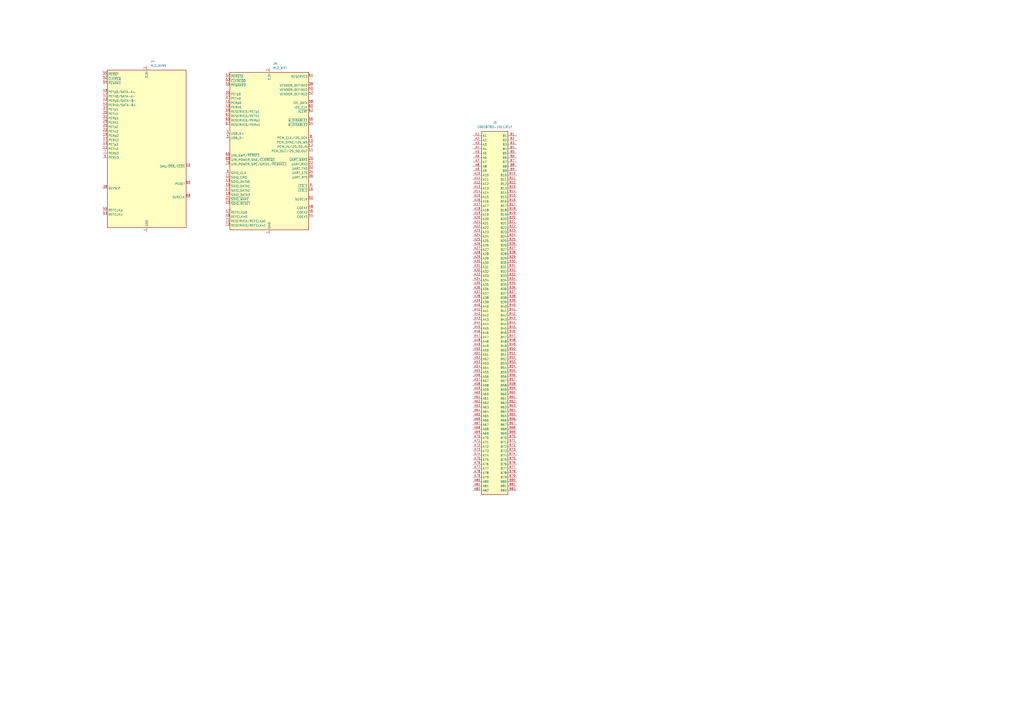
<source format=kicad_sch>
(kicad_sch (version 20231120) (generator "eeschema") (generator_version "8.0")
  (paper "A2")
  (lib_symbols
    (symbol "Connector:Bus_M.2_Socket_E"
      (property "Reference" "J" (at -22.86 46.99 0))
      (property "Value" "Bus_M.2_Socket_E" (at 16.51 46.99 0))
      (symbol "Bus_M.2_Socket_E_0_1"
        (rectangle (start -22.86 45.72) (end 22.86 -45.72) (stroke (width 0.254)) (fill (type background)))
      )
      (symbol "Bus_M.2_Socket_E_1_1"
        (pin power_in line (at 0 -48.26 90) (length 2.54) (name "GND") (number "1"))
        (pin bidirectional line (at 25.4 5.08 180) (length 2.54) (name "PCM_SYNC/I2S_WS") (number "10"))
        (pin bidirectional line (at -25.4 -15.24 0) (length 2.54) (name "SDIO_CMD") (number "11"))
        (pin input line (at 25.4 2.54 180) (length 2.54) (name "PCM_IN/I2S_SD_IN") (number "12"))
        (pin bidirectional line (at -25.4 -17.78 0) (length 2.54) (name "SDIO_DATA0") (number "13"))
        (pin output line (at 25.4 0 180) (length 2.54) (name "PCM_OUT/I2S_SD_OUT") (number "14"))
        (pin bidirectional line (at -25.4 -20.32 0) (length 2.54) (name "SDIO_DATA1") (number "15"))
        (pin open_collector line (at 25.4 -22.86 180) (length 2.54) (name "~{LED_2}") (number "16"))
        (pin bidirectional line (at -25.4 -22.86 0) (length 2.54) (name "SDIO_DATA2") (number "17"))
        (pin passive line (at 0 -48.26 90) (length 2.54) hide (name "GND") (number "18"))
        (pin bidirectional line (at -25.4 -25.4 0) (length 2.54) (name "SDIO_DATA3") (number "19"))
        (pin power_in line (at 0 48.26 270) (length 2.54) (name "3.3V") (number "2"))
        (pin input line (at 25.4 -5.08 180) (length 2.54) (name "~{UART_WAKE}") (number "20"))
        (pin input line (at -25.4 -27.94 0) (length 2.54) (name "~{SDIO_WAKE}") (number "21"))
        (pin input line (at 25.4 -7.62 180) (length 2.54) (name "UART_RXD") (number "22"))
        (pin output line (at -25.4 -30.48 0) (length 2.54) (name "~{SDIO_RESET}") (number "23"))
        (pin bidirectional line (at -25.4 10.16 0) (length 2.54) (name "USB_D+") (number "3"))
        (pin output line (at 25.4 -10.16 180) (length 2.54) (name "UART_TXD") (number "32"))
        (pin passive line (at 0 -48.26 90) (length 2.54) hide (name "GND") (number "33"))
        (pin input line (at 25.4 -12.7 180) (length 2.54) (name "UART_CTS") (number "34"))
        (pin output line (at -25.4 33.02 0) (length 2.54) (name "PETp0") (number "35"))
        (pin output line (at 25.4 -15.24 180) (length 2.54) (name "UART_RTS") (number "36"))
        (pin output line (at -25.4 30.48 0) (length 2.54) (name "PETn0") (number "37"))
        (pin passive line (at 25.4 38.1 180) (length 2.54) (name "VENDOR_DEFINED") (number "38"))
        (pin passive line (at 0 -48.26 90) (length 2.54) hide (name "GND") (number "39"))
        (pin passive line (at 0 48.26 270) (length 2.54) hide (name "3.3V") (number "4"))
        (pin passive line (at 25.4 35.56 180) (length 2.54) (name "VENDOR_DEFINED") (number "40"))
        (pin input line (at -25.4 27.94 0) (length 2.54) (name "PERp0") (number "41"))
        (pin passive line (at 25.4 33.02 180) (length 2.54) (name "VENDOR_DEFINED") (number "42"))
        (pin input line (at -25.4 25.4 0) (length 2.54) (name "PERn0") (number "43"))
        (pin bidirectional line (at 25.4 -38.1 180) (length 2.54) (name "COEX3") (number "44"))
        (pin passive line (at 0 -48.26 90) (length 2.54) hide (name "GND") (number "45"))
        (pin bidirectional line (at 25.4 -35.56 180) (length 2.54) (name "COEX2") (number "46"))
        (pin output line (at -25.4 -35.56 0) (length 2.54) (name "REFCLKp0") (number "47"))
        (pin bidirectional line (at 25.4 -33.02 180) (length 2.54) (name "COEX1") (number "48"))
        (pin output line (at -25.4 -38.1 0) (length 2.54) (name "REFCLKn0") (number "49"))
        (pin bidirectional line (at -25.4 7.62 0) (length 2.54) (name "USB_D-") (number "5"))
        (pin output line (at 25.4 -27.94 180) (length 2.54) (name "SUSCLK") (number "50"))
        (pin passive line (at 0 -48.26 90) (length 2.54) hide (name "GND") (number "51"))
        (pin output line (at -25.4 43.18 0) (length 2.54) (name "~{PERST0}") (number "52"))
        (pin bidirectional line (at -25.4 40.64 0) (length 2.54) (name "~{CLKREQ0}") (number "53"))
        (pin output line (at 25.4 15.24 180) (length 2.54) (name "~{W_DISABLE2}") (number "54"))
        (pin bidirectional line (at -25.4 38.1 0) (length 2.54) (name "~{PEWAKE0}") (number "55"))
        (pin output line (at 25.4 17.78 180) (length 2.54) (name "~{W_DISABLE1}") (number "56"))
        (pin passive line (at 0 -48.26 90) (length 2.54) hide (name "GND") (number "57"))
        (pin bidirectional line (at 25.4 27.94 180) (length 2.54) (name "I2C_DATA") (number "58"))
        (pin output line (at -25.4 22.86 0) (length 2.54) (name "RESERVED/PETp1") (number "59"))
        (pin open_collector line (at 25.4 -20.32 180) (length 2.54) (name "~{LED_1}") (number "6"))
        (pin output line (at 25.4 25.4 180) (length 2.54) (name "I2C_CLK") (number "60"))
        (pin output line (at -25.4 20.32 0) (length 2.54) (name "RESERVED/PETn1") (number "61"))
        (pin input line (at 25.4 22.86 180) (length 2.54) (name "~{ALERT}") (number "62"))
        (pin passive line (at 0 -48.26 90) (length 2.54) hide (name "GND") (number "63"))
        (pin passive line (at 25.4 43.18 180) (length 2.54) (name "RESERVED") (number "64"))
        (pin input line (at -25.4 17.78 0) (length 2.54) (name "RESERVED/PERp1") (number "65"))
        (pin output line (at -25.4 -2.54 0) (length 2.54) (name "UIM_SWP/~{PERST1}") (number "66"))
        (pin input line (at -25.4 15.24 0) (length 2.54) (name "RESERVED/PERn1") (number "67"))
        (pin bidirectional line (at -25.4 -5.08 0) (length 2.54) (name "UIM_POWER_SNK/~{CLKREQ1}") (number "68"))
        (pin passive line (at 0 -48.26 90) (length 2.54) hide (name "GND") (number "69"))
        (pin passive line (at 0 -48.26 90) (length 2.54) hide (name "GND") (number "7"))
        (pin bidirectional line (at -25.4 -7.62 0) (length 2.54) (name "UIM_POWER_SRC/GPIO1/~{PEWAKE1}") (number "70"))
        (pin output line (at -25.4 -40.64 0) (length 2.54) (name "RESERVED/REFCLKp1") (number "71"))
        (pin passive line (at 0 48.26 270) (length 2.54) hide (name "3.3V") (number "72"))
        (pin output line (at -25.4 -43.18 0) (length 2.54) (name "RESERVED/REFCLKn1") (number "73"))
        (pin passive line (at 0 48.26 270) (length 2.54) hide (name "3.3V") (number "74"))
        (pin passive line (at 0 -48.26 90) (length 2.54) hide (name "GND") (number "75"))
        (pin bidirectional line (at 25.4 7.62 180) (length 2.54) (name "PCM_CLK/I2S_SCK") (number "8"))
        (pin output line (at -25.4 -12.7 0) (length 2.54) (name "SDIO_CLK") (number "9"))
      )
    )
    (symbol "Connector:Bus_M.2_Socket_M"
      (property "Reference" "J" (at -22.86 46.99 0))
      (property "Value" "Bus_M.2_Socket_M" (at 16.51 46.99 0))
      (symbol "Bus_M.2_Socket_M_0_1"
        (rectangle (start -22.86 45.72) (end 22.86 -45.72) (stroke (width 0.254)) (fill (type background)))
      )
      (symbol "Bus_M.2_Socket_M_1_1"
        (pin power_in line (at 0 -48.26 90) (length 2.54) (name "GND") (number "1"))
        (pin bidirectional line (at 25.4 -10.16 180) (length 2.54) (name "DAS/~{DSS}/~{LED1}") (number "10"))
        (pin output line (at -25.4 0 0) (length 2.54) (name "PETn3") (number "11"))
        (pin passive line (at 0 48.26 270) (length 2.54) hide (name "3.3V") (number "12"))
        (pin output line (at -25.4 2.54 0) (length 2.54) (name "PETp3") (number "13"))
        (pin passive line (at 0 48.26 270) (length 2.54) hide (name "3.3V") (number "14"))
        (pin passive line (at 0 -48.26 90) (length 2.54) hide (name "GND") (number "15"))
        (pin passive line (at 0 48.26 270) (length 2.54) hide (name "3.3V") (number "16"))
        (pin input line (at -25.4 5.08 0) (length 2.54) (name "PERn2") (number "17"))
        (pin passive line (at 0 48.26 270) (length 2.54) hide (name "3.3V") (number "18"))
        (pin input line (at -25.4 7.62 0) (length 2.54) (name "PERp2") (number "19"))
        (pin power_in line (at 0 48.26 270) (length 2.54) (name "3.3V") (number "2"))
        (pin no_connect line (at 22.86 2.54 180) (length 2.54) hide (name "NC") (number "20"))
        (pin passive line (at 0 -48.26 90) (length 2.54) hide (name "GND") (number "21"))
        (pin no_connect line (at 22.86 5.08 180) (length 2.54) hide (name "NC") (number "22"))
        (pin output line (at -25.4 10.16 0) (length 2.54) (name "PETn2") (number "23"))
        (pin no_connect line (at 22.86 7.62 180) (length 2.54) hide (name "NC") (number "24"))
        (pin output line (at -25.4 12.7 0) (length 2.54) (name "PETp2") (number "25"))
        (pin no_connect line (at 22.86 10.16 180) (length 2.54) hide (name "NC") (number "26"))
        (pin passive line (at 0 -48.26 90) (length 2.54) hide (name "GND") (number "27"))
        (pin no_connect line (at 22.86 12.7 180) (length 2.54) hide (name "NC") (number "28"))
        (pin input line (at -25.4 15.24 0) (length 2.54) (name "PERn1") (number "29"))
        (pin passive line (at 0 -48.26 90) (length 2.54) hide (name "GND") (number "3"))
        (pin no_connect line (at 22.86 15.24 180) (length 2.54) hide (name "NC") (number "30"))
        (pin input line (at -25.4 17.78 0) (length 2.54) (name "PERp1") (number "31"))
        (pin no_connect line (at 22.86 17.78 180) (length 2.54) hide (name "NC") (number "32"))
        (pin passive line (at 0 -48.26 90) (length 2.54) hide (name "GND") (number "33"))
        (pin no_connect line (at 22.86 20.32 180) (length 2.54) hide (name "NC") (number "34"))
        (pin output line (at -25.4 20.32 0) (length 2.54) (name "PETn1") (number "35"))
        (pin no_connect line (at 22.86 22.86 180) (length 2.54) hide (name "NC") (number "36"))
        (pin output line (at -25.4 22.86 0) (length 2.54) (name "PETp1") (number "37"))
        (pin output line (at -25.4 -22.86 0) (length 2.54) (name "DEVSLP") (number "38"))
        (pin passive line (at 0 -48.26 90) (length 2.54) hide (name "GND") (number "39"))
        (pin passive line (at 0 48.26 270) (length 2.54) hide (name "3.3V") (number "4"))
        (pin no_connect line (at 22.86 25.4 180) (length 2.54) hide (name "NC") (number "40"))
        (pin input line (at -25.4 25.4 0) (length 2.54) (name "PERn0/SATA-B+") (number "41"))
        (pin no_connect line (at 22.86 27.94 180) (length 2.54) hide (name "NC") (number "42"))
        (pin input line (at -25.4 27.94 0) (length 2.54) (name "PERp0/SATA-B-") (number "43"))
        (pin no_connect line (at 22.86 30.48 180) (length 2.54) hide (name "NC") (number "44"))
        (pin passive line (at 0 -48.26 90) (length 2.54) hide (name "GND") (number "45"))
        (pin no_connect line (at 22.86 33.02 180) (length 2.54) hide (name "NC") (number "46"))
        (pin output line (at -25.4 30.48 0) (length 2.54) (name "PETn0/SATA-A-") (number "47"))
        (pin no_connect line (at 22.86 35.56 180) (length 2.54) hide (name "NC") (number "48"))
        (pin output line (at -25.4 33.02 0) (length 2.54) (name "PETp0/SATA-A+") (number "49"))
        (pin input line (at -25.4 -5.08 0) (length 2.54) (name "PERn3") (number "5"))
        (pin output line (at -25.4 43.18 0) (length 2.54) (name "~{PERST}") (number "50"))
        (pin passive line (at 0 -48.26 90) (length 2.54) hide (name "GND") (number "51"))
        (pin bidirectional line (at -25.4 40.64 0) (length 2.54) (name "~{CLKREQ}") (number "52"))
        (pin output line (at -25.4 -38.1 0) (length 2.54) (name "REFCLKn") (number "53"))
        (pin bidirectional line (at -25.4 38.1 0) (length 2.54) (name "~{PEWAKE}") (number "54"))
        (pin output line (at -25.4 -35.56 0) (length 2.54) (name "REFCLKp") (number "55"))
        (pin no_connect line (at 22.86 38.1 180) (length 2.54) hide (name "NC") (number "56"))
        (pin passive line (at 0 -48.26 90) (length 2.54) hide (name "GND") (number "57"))
        (pin no_connect line (at 22.86 40.64 180) (length 2.54) hide (name "NC") (number "58"))
        (pin no_connect line (at 22.86 -2.54 180) (length 2.54) hide (name "NC") (number "6"))
        (pin no_connect line (at 22.86 -5.08 180) (length 2.54) hide (name "NC") (number "67"))
        (pin output line (at 25.4 -27.94 180) (length 2.54) (name "SUSCLK") (number "68"))
        (pin passive line (at 25.4 -20.32 180) (length 2.54) (name "PEDET") (number "69"))
        (pin input line (at -25.4 -2.54 0) (length 2.54) (name "PERp3") (number "7"))
        (pin passive line (at 0 48.26 270) (length 2.54) hide (name "3.3V") (number "70"))
        (pin passive line (at 0 -48.26 90) (length 2.54) hide (name "GND") (number "71"))
        (pin passive line (at 0 48.26 270) (length 2.54) hide (name "3.3V") (number "72"))
        (pin passive line (at 0 -48.26 90) (length 2.54) hide (name "GND") (number "73"))
        (pin passive line (at 0 48.26 270) (length 2.54) hide (name "3.3V") (number "74"))
        (pin passive line (at 0 -48.26 90) (length 2.54) hide (name "GND") (number "75"))
        (pin no_connect line (at 22.86 0 180) (length 2.54) hide (name "NC") (number "8"))
        (pin passive line (at 0 -48.26 90) (length 2.54) hide (name "GND") (number "9"))
      )
    )
    (symbol "pcie 16x tht 3.0:10018783-10113TLF"
      (property "Reference" "J" (at 21.59 7.62 0))
      (property "Value" "10018783-10113TLF" (at 21.59 5.08 0))
      (symbol "10018783-10113TLF_1_1"
        (rectangle (start 5.08 2.54) (end 20.32 -208.28) (stroke (width 0.254)) (fill (type background)))
        (pin passive line (at 0 0 0) (length 5.08) (name "A1") (number "A1"))
        (pin passive line (at 0 -22.86 0) (length 5.08) (name "A10") (number "A10"))
        (pin passive line (at 0 -25.4 0) (length 5.08) (name "A11") (number "A11"))
        (pin passive line (at 0 -27.94 0) (length 5.08) (name "A12") (number "A12"))
        (pin passive line (at 0 -30.48 0) (length 5.08) (name "A13") (number "A13"))
        (pin passive line (at 0 -33.02 0) (length 5.08) (name "A14") (number "A14"))
        (pin passive line (at 0 -35.56 0) (length 5.08) (name "A15") (number "A15"))
        (pin passive line (at 0 -38.1 0) (length 5.08) (name "A16") (number "A16"))
        (pin passive line (at 0 -40.64 0) (length 5.08) (name "A17") (number "A17"))
        (pin passive line (at 0 -43.18 0) (length 5.08) (name "A18") (number "A18"))
        (pin passive line (at 0 -45.72 0) (length 5.08) (name "A19") (number "A19"))
        (pin passive line (at 0 -2.54 0) (length 5.08) (name "A2") (number "A2"))
        (pin passive line (at 0 -48.26 0) (length 5.08) (name "A20") (number "A20"))
        (pin passive line (at 0 -50.8 0) (length 5.08) (name "A21") (number "A21"))
        (pin passive line (at 0 -53.34 0) (length 5.08) (name "A22") (number "A22"))
        (pin passive line (at 0 -55.88 0) (length 5.08) (name "A23") (number "A23"))
        (pin passive line (at 0 -58.42 0) (length 5.08) (name "A24") (number "A24"))
        (pin passive line (at 0 -60.96 0) (length 5.08) (name "A25") (number "A25"))
        (pin passive line (at 0 -63.5 0) (length 5.08) (name "A26") (number "A26"))
        (pin passive line (at 0 -66.04 0) (length 5.08) (name "A27") (number "A27"))
        (pin passive line (at 0 -68.58 0) (length 5.08) (name "A28") (number "A28"))
        (pin passive line (at 0 -71.12 0) (length 5.08) (name "A29") (number "A29"))
        (pin passive line (at 0 -5.08 0) (length 5.08) (name "A3") (number "A3"))
        (pin passive line (at 0 -73.66 0) (length 5.08) (name "A30") (number "A30"))
        (pin passive line (at 0 -76.2 0) (length 5.08) (name "A31") (number "A31"))
        (pin passive line (at 0 -78.74 0) (length 5.08) (name "A32") (number "A32"))
        (pin passive line (at 0 -81.28 0) (length 5.08) (name "A33") (number "A33"))
        (pin passive line (at 0 -83.82 0) (length 5.08) (name "A34") (number "A34"))
        (pin passive line (at 0 -86.36 0) (length 5.08) (name "A35") (number "A35"))
        (pin passive line (at 0 -88.9 0) (length 5.08) (name "A36") (number "A36"))
        (pin passive line (at 0 -91.44 0) (length 5.08) (name "A37") (number "A37"))
        (pin passive line (at 0 -93.98 0) (length 5.08) (name "A38") (number "A38"))
        (pin passive line (at 0 -96.52 0) (length 5.08) (name "A39") (number "A39"))
        (pin passive line (at 0 -7.62 0) (length 5.08) (name "A4") (number "A4"))
        (pin passive line (at 0 -99.06 0) (length 5.08) (name "A40") (number "A40"))
        (pin passive line (at 0 -101.6 0) (length 5.08) (name "A41") (number "A41"))
        (pin passive line (at 0 -104.14 0) (length 5.08) (name "A42") (number "A42"))
        (pin passive line (at 0 -106.68 0) (length 5.08) (name "A43") (number "A43"))
        (pin passive line (at 0 -109.22 0) (length 5.08) (name "A44") (number "A44"))
        (pin passive line (at 0 -111.76 0) (length 5.08) (name "A45") (number "A45"))
        (pin passive line (at 0 -114.3 0) (length 5.08) (name "A46") (number "A46"))
        (pin passive line (at 0 -116.84 0) (length 5.08) (name "A47") (number "A47"))
        (pin passive line (at 0 -119.38 0) (length 5.08) (name "A48") (number "A48"))
        (pin passive line (at 0 -121.92 0) (length 5.08) (name "A49") (number "A49"))
        (pin passive line (at 0 -10.16 0) (length 5.08) (name "A5") (number "A5"))
        (pin passive line (at 0 -124.46 0) (length 5.08) (name "A50") (number "A50"))
        (pin passive line (at 0 -127 0) (length 5.08) (name "A51") (number "A51"))
        (pin passive line (at 0 -129.54 0) (length 5.08) (name "A52") (number "A52"))
        (pin passive line (at 0 -132.08 0) (length 5.08) (name "A53") (number "A53"))
        (pin passive line (at 0 -134.62 0) (length 5.08) (name "A54") (number "A54"))
        (pin passive line (at 0 -137.16 0) (length 5.08) (name "A55") (number "A55"))
        (pin passive line (at 0 -139.7 0) (length 5.08) (name "A56") (number "A56"))
        (pin passive line (at 0 -142.24 0) (length 5.08) (name "A57") (number "A57"))
        (pin passive line (at 0 -144.78 0) (length 5.08) (name "A58") (number "A58"))
        (pin passive line (at 0 -147.32 0) (length 5.08) (name "A59") (number "A59"))
        (pin passive line (at 0 -12.7 0) (length 5.08) (name "A6") (number "A6"))
        (pin passive line (at 0 -149.86 0) (length 5.08) (name "A60") (number "A60"))
        (pin passive line (at 0 -152.4 0) (length 5.08) (name "A61") (number "A61"))
        (pin passive line (at 0 -154.94 0) (length 5.08) (name "A62") (number "A62"))
        (pin passive line (at 0 -157.48 0) (length 5.08) (name "A63") (number "A63"))
        (pin passive line (at 0 -160.02 0) (length 5.08) (name "A64") (number "A64"))
        (pin passive line (at 0 -162.56 0) (length 5.08) (name "A65") (number "A65"))
        (pin passive line (at 0 -165.1 0) (length 5.08) (name "A66") (number "A66"))
        (pin passive line (at 0 -167.64 0) (length 5.08) (name "A67") (number "A67"))
        (pin passive line (at 0 -170.18 0) (length 5.08) (name "A68") (number "A68"))
        (pin passive line (at 0 -172.72 0) (length 5.08) (name "A69") (number "A69"))
        (pin passive line (at 0 -15.24 0) (length 5.08) (name "A7") (number "A7"))
        (pin passive line (at 0 -175.26 0) (length 5.08) (name "A70") (number "A70"))
        (pin passive line (at 0 -177.8 0) (length 5.08) (name "A71") (number "A71"))
        (pin passive line (at 0 -180.34 0) (length 5.08) (name "A72") (number "A72"))
        (pin passive line (at 0 -182.88 0) (length 5.08) (name "A73") (number "A73"))
        (pin passive line (at 0 -185.42 0) (length 5.08) (name "A74") (number "A74"))
        (pin passive line (at 0 -187.96 0) (length 5.08) (name "A75") (number "A75"))
        (pin passive line (at 0 -190.5 0) (length 5.08) (name "A76") (number "A76"))
        (pin passive line (at 0 -193.04 0) (length 5.08) (name "A77") (number "A77"))
        (pin passive line (at 0 -195.58 0) (length 5.08) (name "A78") (number "A78"))
        (pin passive line (at 0 -198.12 0) (length 5.08) (name "A79") (number "A79"))
        (pin passive line (at 0 -17.78 0) (length 5.08) (name "A8") (number "A8"))
        (pin passive line (at 0 -200.66 0) (length 5.08) (name "A80") (number "A80"))
        (pin passive line (at 0 -203.2 0) (length 5.08) (name "A81") (number "A81"))
        (pin passive line (at 0 -205.74 0) (length 5.08) (name "A82") (number "A82"))
        (pin passive line (at 0 -20.32 0) (length 5.08) (name "A9") (number "A9"))
        (pin passive line (at 25.4 0 180) (length 5.08) (name "B1") (number "B1"))
        (pin passive line (at 25.4 -22.86 180) (length 5.08) (name "B10") (number "B10"))
        (pin passive line (at 25.4 -25.4 180) (length 5.08) (name "B11") (number "B11"))
        (pin passive line (at 25.4 -27.94 180) (length 5.08) (name "B12") (number "B12"))
        (pin passive line (at 25.4 -30.48 180) (length 5.08) (name "B13") (number "B13"))
        (pin passive line (at 25.4 -33.02 180) (length 5.08) (name "B14") (number "B14"))
        (pin passive line (at 25.4 -35.56 180) (length 5.08) (name "B15") (number "B15"))
        (pin passive line (at 25.4 -38.1 180) (length 5.08) (name "B16") (number "B16"))
        (pin passive line (at 25.4 -40.64 180) (length 5.08) (name "B17") (number "B17"))
        (pin passive line (at 25.4 -43.18 180) (length 5.08) (name "B18") (number "B18"))
        (pin passive line (at 25.4 -45.72 180) (length 5.08) (name "B19") (number "B19"))
        (pin passive line (at 25.4 -2.54 180) (length 5.08) (name "B2") (number "B2"))
        (pin passive line (at 25.4 -48.26 180) (length 5.08) (name "B20") (number "B20"))
        (pin passive line (at 25.4 -50.8 180) (length 5.08) (name "B21") (number "B21"))
        (pin passive line (at 25.4 -53.34 180) (length 5.08) (name "B22") (number "B22"))
        (pin passive line (at 25.4 -55.88 180) (length 5.08) (name "B23") (number "B23"))
        (pin passive line (at 25.4 -58.42 180) (length 5.08) (name "B24") (number "B24"))
        (pin passive line (at 25.4 -60.96 180) (length 5.08) (name "B25") (number "B25"))
        (pin passive line (at 25.4 -63.5 180) (length 5.08) (name "B26") (number "B26"))
        (pin passive line (at 25.4 -66.04 180) (length 5.08) (name "B27") (number "B27"))
        (pin passive line (at 25.4 -68.58 180) (length 5.08) (name "B28") (number "B28"))
        (pin passive line (at 25.4 -71.12 180) (length 5.08) (name "B29") (number "B29"))
        (pin passive line (at 25.4 -5.08 180) (length 5.08) (name "B3") (number "B3"))
        (pin passive line (at 25.4 -73.66 180) (length 5.08) (name "B30") (number "B30"))
        (pin passive line (at 25.4 -76.2 180) (length 5.08) (name "B31") (number "B31"))
        (pin passive line (at 25.4 -78.74 180) (length 5.08) (name "B32") (number "B32"))
        (pin passive line (at 25.4 -81.28 180) (length 5.08) (name "B33") (number "B33"))
        (pin passive line (at 25.4 -83.82 180) (length 5.08) (name "B34") (number "B34"))
        (pin passive line (at 25.4 -86.36 180) (length 5.08) (name "B35") (number "B35"))
        (pin passive line (at 25.4 -88.9 180) (length 5.08) (name "B36") (number "B36"))
        (pin passive line (at 25.4 -91.44 180) (length 5.08) (name "B37") (number "B37"))
        (pin passive line (at 25.4 -93.98 180) (length 5.08) (name "B38") (number "B38"))
        (pin passive line (at 25.4 -96.52 180) (length 5.08) (name "B39") (number "B39"))
        (pin passive line (at 25.4 -7.62 180) (length 5.08) (name "B4") (number "B4"))
        (pin passive line (at 25.4 -99.06 180) (length 5.08) (name "B40") (number "B40"))
        (pin passive line (at 25.4 -101.6 180) (length 5.08) (name "B41") (number "B41"))
        (pin passive line (at 25.4 -104.14 180) (length 5.08) (name "B42") (number "B42"))
        (pin passive line (at 25.4 -106.68 180) (length 5.08) (name "B43") (number "B43"))
        (pin passive line (at 25.4 -109.22 180) (length 5.08) (name "B44") (number "B44"))
        (pin passive line (at 25.4 -111.76 180) (length 5.08) (name "B45") (number "B45"))
        (pin passive line (at 25.4 -114.3 180) (length 5.08) (name "B46") (number "B46"))
        (pin passive line (at 25.4 -116.84 180) (length 5.08) (name "B47") (number "B47"))
        (pin passive line (at 25.4 -119.38 180) (length 5.08) (name "B48") (number "B48"))
        (pin passive line (at 25.4 -121.92 180) (length 5.08) (name "B49") (number "B49"))
        (pin passive line (at 25.4 -10.16 180) (length 5.08) (name "B5") (number "B5"))
        (pin passive line (at 25.4 -124.46 180) (length 5.08) (name "B50") (number "B50"))
        (pin passive line (at 25.4 -127 180) (length 5.08) (name "B51") (number "B51"))
        (pin passive line (at 25.4 -129.54 180) (length 5.08) (name "B52") (number "B52"))
        (pin passive line (at 25.4 -132.08 180) (length 5.08) (name "B53") (number "B53"))
        (pin passive line (at 25.4 -134.62 180) (length 5.08) (name "B54") (number "B54"))
        (pin passive line (at 25.4 -137.16 180) (length 5.08) (name "B55") (number "B55"))
        (pin passive line (at 25.4 -139.7 180) (length 5.08) (name "B56") (number "B56"))
        (pin passive line (at 25.4 -142.24 180) (length 5.08) (name "B57") (number "B57"))
        (pin passive line (at 25.4 -144.78 180) (length 5.08) (name "B58") (number "B58"))
        (pin passive line (at 25.4 -147.32 180) (length 5.08) (name "B59") (number "B59"))
        (pin passive line (at 25.4 -12.7 180) (length 5.08) (name "B6") (number "B6"))
        (pin passive line (at 25.4 -149.86 180) (length 5.08) (name "B60") (number "B60"))
        (pin passive line (at 25.4 -152.4 180) (length 5.08) (name "B61") (number "B61"))
        (pin passive line (at 25.4 -154.94 180) (length 5.08) (name "B62") (number "B62"))
        (pin passive line (at 25.4 -157.48 180) (length 5.08) (name "B63") (number "B63"))
        (pin passive line (at 25.4 -160.02 180) (length 5.08) (name "B64") (number "B64"))
        (pin passive line (at 25.4 -162.56 180) (length 5.08) (name "B65") (number "B65"))
        (pin passive line (at 25.4 -165.1 180) (length 5.08) (name "B66") (number "B66"))
        (pin passive line (at 25.4 -167.64 180) (length 5.08) (name "B67") (number "B67"))
        (pin passive line (at 25.4 -170.18 180) (length 5.08) (name "B68") (number "B68"))
        (pin passive line (at 25.4 -172.72 180) (length 5.08) (name "B69") (number "B69"))
        (pin passive line (at 25.4 -15.24 180) (length 5.08) (name "B7") (number "B7"))
        (pin passive line (at 25.4 -175.26 180) (length 5.08) (name "B70") (number "B70"))
        (pin passive line (at 25.4 -177.8 180) (length 5.08) (name "B71") (number "B71"))
        (pin passive line (at 25.4 -180.34 180) (length 5.08) (name "B72") (number "B72"))
        (pin passive line (at 25.4 -182.88 180) (length 5.08) (name "B73") (number "B73"))
        (pin passive line (at 25.4 -185.42 180) (length 5.08) (name "B74") (number "B74"))
        (pin passive line (at 25.4 -187.96 180) (length 5.08) (name "B75") (number "B75"))
        (pin passive line (at 25.4 -190.5 180) (length 5.08) (name "B76") (number "B76"))
        (pin passive line (at 25.4 -193.04 180) (length 5.08) (name "B77") (number "B77"))
        (pin passive line (at 25.4 -195.58 180) (length 5.08) (name "B78") (number "B78"))
        (pin passive line (at 25.4 -198.12 180) (length 5.08) (name "B79") (number "B79"))
        (pin passive line (at 25.4 -17.78 180) (length 5.08) (name "B8") (number "B8"))
        (pin passive line (at 25.4 -200.66 180) (length 5.08) (name "B80") (number "B80"))
        (pin passive line (at 25.4 -203.2 180) (length 5.08) (name "B81") (number "B81"))
        (pin passive line (at 25.4 -205.74 180) (length 5.08) (name "B82") (number "B82"))
        (pin passive line (at 25.4 -20.32 180) (length 5.08) (name "B9") (number "B9"))
      )
    )
  )
  (symbol (lib_id "Connector:Bus_M.2_Socket_M") (at 85.09 86.36 0) (unit 1)
    (property "Reference" "J4" (at 87.2841 35.56 0) (effects (justify left)))
    (property "Value" "M.2_NVME" (at 87.2841 38.1 0) (effects (justify left)))
    (property "Datasheet" "https://web.archive.org/web/20200613074028/http://read.pudn.com/downloads794/doc/project/3133918/PCIe_M.2_Electromechanical_Spec_Rev1.0_Final_11012013_RS_Clean.pdf#page=155" (effects (hide yes)))
    (property "Description" "M.2 Socket 3 Mechanical Key M" (effects (hide yes)))
  )
  (symbol (lib_id "Connector:Bus_M.2_Socket_E") (at 156.21 87.63 0) (unit 1)
    (property "Reference" "J6" (at 158.4041 36.83 0) (effects (justify left)))
    (property "Value" "M.2_WIFI" (at 158.4041 39.37 0) (effects (justify left)))
    (property "Datasheet" "https://web.archive.org/web/20200613074028/http://read.pudn.com/downloads794/doc/project/3133918/PCIe_M.2_Electromechanical_Spec_Rev1.0_Final_11012013_RS_Clean.pdf#page=150" (effects (hide yes)))
    (property "Description" "M.2 Socket 1-SD Mechanical Key E" (effects (hide yes)))
  )
  (symbol (lib_id "pcie 16x tht 3.0:10018783-10113TLF") (at 274.32 78.74 0) (unit 1)
    (property "Reference" "J5" (at 287.02 71.12 0))
    (property "Value" "10018783-10113TLF" (at 287.02 73.66 0))
    (property "Footprint" "1001878310113TLF" (effects (hide yes)))
    (property "Datasheet" "https://cdn.amphenol-cs.com/media/wysiwyg/files/drawing/10018783.pdf" (effects (hide yes)))
    (property "Description" "PCI Express GEN 3 Card Edge, Storage and Server Connector, Vertical, Through Hole, x16, 164 Positions, 1.00mm (0.039in) Pitch" (effects (hide yes)))
    (property "Height" "11.25" (effects (hide yes)))
    (property "Mouser Part Number" "649-18783-10113TLF" (effects (hide yes)))
    (property "Mouser Price/Stock" "https://www.mouser.co.uk/ProductDetail/Amphenol-FCI/10018783-10113TLF?qs=9v8X2fPoQt7D6fmbE7fqDA%3D%3D" (effects (hide yes)))
    (property "Manufacturer_Name" "Amphenol" (effects (hide yes)))
    (property "Manufacturer_Part_Number" "10018783-10113TLF" (effects (hide yes)))
  )
)
</source>
